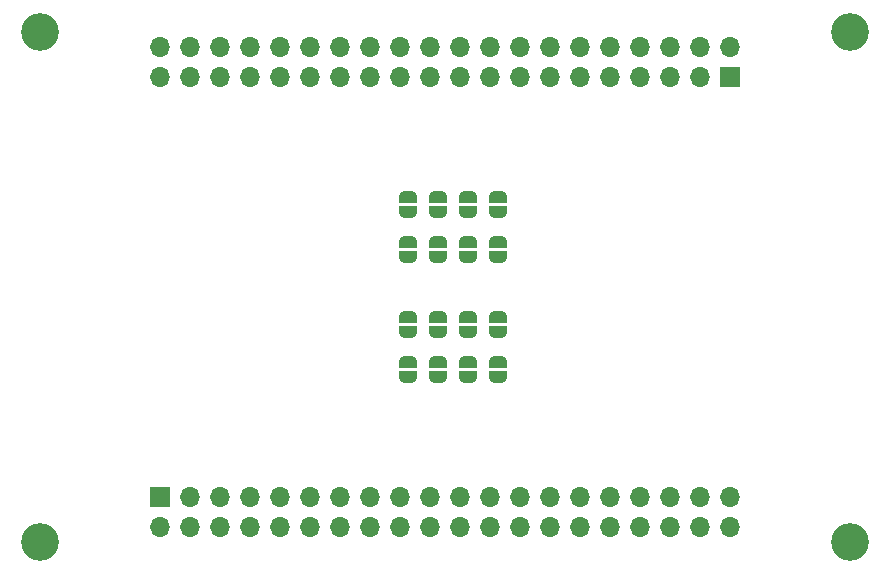
<source format=gbr>
G04 #@! TF.GenerationSoftware,KiCad,Pcbnew,8.0.3+dfsg-1*
G04 #@! TF.CreationDate,2024-06-11T16:22:44+08:00*
G04 #@! TF.ProjectId,sec01,73656330-312e-46b6-9963-61645f706362,a*
G04 #@! TF.SameCoordinates,Original*
G04 #@! TF.FileFunction,Soldermask,Bot*
G04 #@! TF.FilePolarity,Negative*
%FSLAX46Y46*%
G04 Gerber Fmt 4.6, Leading zero omitted, Abs format (unit mm)*
G04 Created by KiCad (PCBNEW 8.0.3+dfsg-1) date 2024-06-11 16:22:44*
%MOMM*%
%LPD*%
G01*
G04 APERTURE LIST*
G04 Aperture macros list*
%AMFreePoly0*
4,1,19,0.500000,-0.750000,0.000000,-0.750000,0.000000,-0.744911,-0.071157,-0.744911,-0.207708,-0.704816,-0.327430,-0.627875,-0.420627,-0.520320,-0.479746,-0.390866,-0.500000,-0.250000,-0.500000,0.250000,-0.479746,0.390866,-0.420627,0.520320,-0.327430,0.627875,-0.207708,0.704816,-0.071157,0.744911,0.000000,0.744911,0.000000,0.750000,0.500000,0.750000,0.500000,-0.750000,0.500000,-0.750000,
$1*%
%AMFreePoly1*
4,1,19,0.000000,0.744911,0.071157,0.744911,0.207708,0.704816,0.327430,0.627875,0.420627,0.520320,0.479746,0.390866,0.500000,0.250000,0.500000,-0.250000,0.479746,-0.390866,0.420627,-0.520320,0.327430,-0.627875,0.207708,-0.704816,0.071157,-0.744911,0.000000,-0.744911,0.000000,-0.750000,-0.500000,-0.750000,-0.500000,0.750000,0.000000,0.750000,0.000000,0.744911,0.000000,0.744911,
$1*%
G04 Aperture macros list end*
%ADD10C,3.200000*%
%ADD11R,1.700000X1.700000*%
%ADD12O,1.700000X1.700000*%
%ADD13FreePoly0,90.000000*%
%ADD14FreePoly1,90.000000*%
%ADD15FreePoly0,270.000000*%
%ADD16FreePoly1,270.000000*%
G04 APERTURE END LIST*
D10*
G04 #@! TO.C,J1*
X121920000Y-83820000D03*
X121920000Y-127000000D03*
X190500000Y-83820000D03*
X190500000Y-127000000D03*
G04 #@! TD*
D11*
G04 #@! TO.C,J3*
X180340000Y-87630000D03*
D12*
X180340000Y-85090000D03*
X177800000Y-87630000D03*
X177800000Y-85090000D03*
X175260000Y-87630000D03*
X175260000Y-85090000D03*
X172720000Y-87630000D03*
X172720000Y-85090000D03*
X170180000Y-87630000D03*
X170180000Y-85090000D03*
X167640000Y-87630000D03*
X167640000Y-85090000D03*
X165100000Y-87630000D03*
X165100000Y-85090000D03*
X162560000Y-87630000D03*
X162560000Y-85090000D03*
X160020000Y-87630000D03*
X160020000Y-85090000D03*
X157480000Y-87630000D03*
X157480000Y-85090000D03*
X154940000Y-87630000D03*
X154940000Y-85090000D03*
X152400000Y-87630000D03*
X152400000Y-85090000D03*
X149860000Y-87630000D03*
X149860000Y-85090000D03*
X147320000Y-87630000D03*
X147320000Y-85090000D03*
X144780000Y-87630000D03*
X144780000Y-85090000D03*
X142240000Y-87630000D03*
X142240000Y-85090000D03*
X139700000Y-87630000D03*
X139700000Y-85090000D03*
X137160000Y-87630000D03*
X137160000Y-85090000D03*
X134620000Y-87630000D03*
X134620000Y-85090000D03*
X132080000Y-87630000D03*
X132080000Y-85090000D03*
G04 #@! TD*
D11*
G04 #@! TO.C,J2*
X132080000Y-123190000D03*
D12*
X132080000Y-125730000D03*
X134620000Y-123190000D03*
X134620000Y-125730000D03*
X137160000Y-123190000D03*
X137160000Y-125730000D03*
X139700000Y-123190000D03*
X139700000Y-125730000D03*
X142240000Y-123190000D03*
X142240000Y-125730000D03*
X144780000Y-123190000D03*
X144780000Y-125730000D03*
X147320000Y-123190000D03*
X147320000Y-125730000D03*
X149860000Y-123190000D03*
X149860000Y-125730000D03*
X152400000Y-123190000D03*
X152400000Y-125730000D03*
X154940000Y-123190000D03*
X154940000Y-125730000D03*
X157480000Y-123190000D03*
X157480000Y-125730000D03*
X160020000Y-123190000D03*
X160020000Y-125730000D03*
X162560000Y-123190000D03*
X162560000Y-125730000D03*
X165100000Y-123190000D03*
X165100000Y-125730000D03*
X167640000Y-123190000D03*
X167640000Y-125730000D03*
X170180000Y-123190000D03*
X170180000Y-125730000D03*
X172720000Y-123190000D03*
X172720000Y-125730000D03*
X175260000Y-123190000D03*
X175260000Y-125730000D03*
X177800000Y-123190000D03*
X177800000Y-125730000D03*
X180340000Y-123190000D03*
X180340000Y-125730000D03*
G04 #@! TD*
D13*
G04 #@! TO.C,JP8*
X153035000Y-102870000D03*
D14*
X153035000Y-101570000D03*
G04 #@! TD*
D13*
G04 #@! TO.C,JP16*
X153035000Y-113030000D03*
D14*
X153035000Y-111730000D03*
G04 #@! TD*
D15*
G04 #@! TO.C,JP2*
X158115000Y-97760000D03*
D16*
X158115000Y-99060000D03*
G04 #@! TD*
D13*
G04 #@! TO.C,JP14*
X158115000Y-113030000D03*
D14*
X158115000Y-111730000D03*
G04 #@! TD*
D15*
G04 #@! TO.C,JP3*
X155575000Y-97760000D03*
D16*
X155575000Y-99060000D03*
G04 #@! TD*
D13*
G04 #@! TO.C,JP15*
X155575000Y-113030000D03*
D14*
X155575000Y-111730000D03*
G04 #@! TD*
D15*
G04 #@! TO.C,JP9*
X160655000Y-107920000D03*
D16*
X160655000Y-109220000D03*
G04 #@! TD*
D15*
G04 #@! TO.C,JP12*
X153035000Y-107920000D03*
D16*
X153035000Y-109220000D03*
G04 #@! TD*
D15*
G04 #@! TO.C,JP11*
X155575000Y-107920000D03*
D16*
X155575000Y-109220000D03*
G04 #@! TD*
D15*
G04 #@! TO.C,JP1*
X160655000Y-97760000D03*
D16*
X160655000Y-99060000D03*
G04 #@! TD*
D15*
G04 #@! TO.C,JP10*
X158115000Y-107920000D03*
D16*
X158115000Y-109220000D03*
G04 #@! TD*
D13*
G04 #@! TO.C,JP7*
X155575000Y-102870000D03*
D14*
X155575000Y-101570000D03*
G04 #@! TD*
D13*
G04 #@! TO.C,JP13*
X160655000Y-113030000D03*
D14*
X160655000Y-111730000D03*
G04 #@! TD*
D13*
G04 #@! TO.C,JP6*
X158115000Y-102870000D03*
D14*
X158115000Y-101570000D03*
G04 #@! TD*
D13*
G04 #@! TO.C,JP5*
X160655000Y-102870000D03*
D14*
X160655000Y-101570000D03*
G04 #@! TD*
D15*
G04 #@! TO.C,JP4*
X153035000Y-97760000D03*
D16*
X153035000Y-99060000D03*
G04 #@! TD*
M02*

</source>
